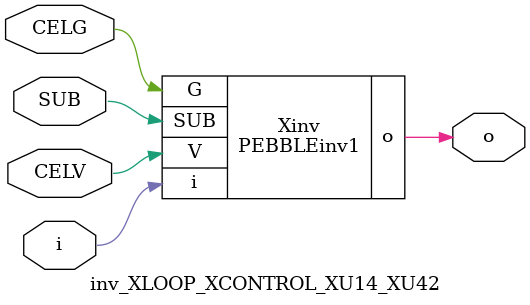
<source format=v>



module PEBBLEinv1 ( o, G, SUB, V, i );

  input V;
  input i;
  input G;
  output o;
  input SUB;
endmodule

//Celera Confidential Do Not Copy inv_XLOOP_XCONTROL_XU14_XU42
//Celera Confidential Symbol Generator
//5V Inverter
module inv_XLOOP_XCONTROL_XU14_XU42 (CELV,CELG,i,o,SUB);
input CELV;
input CELG;
input i;
input SUB;
output o;

//Celera Confidential Do Not Copy inv
PEBBLEinv1 Xinv(
.V (CELV),
.i (i),
.o (o),
.SUB (SUB),
.G (CELG)
);
//,diesize,PEBBLEinv1

//Celera Confidential Do Not Copy Module End
//Celera Schematic Generator
endmodule

</source>
